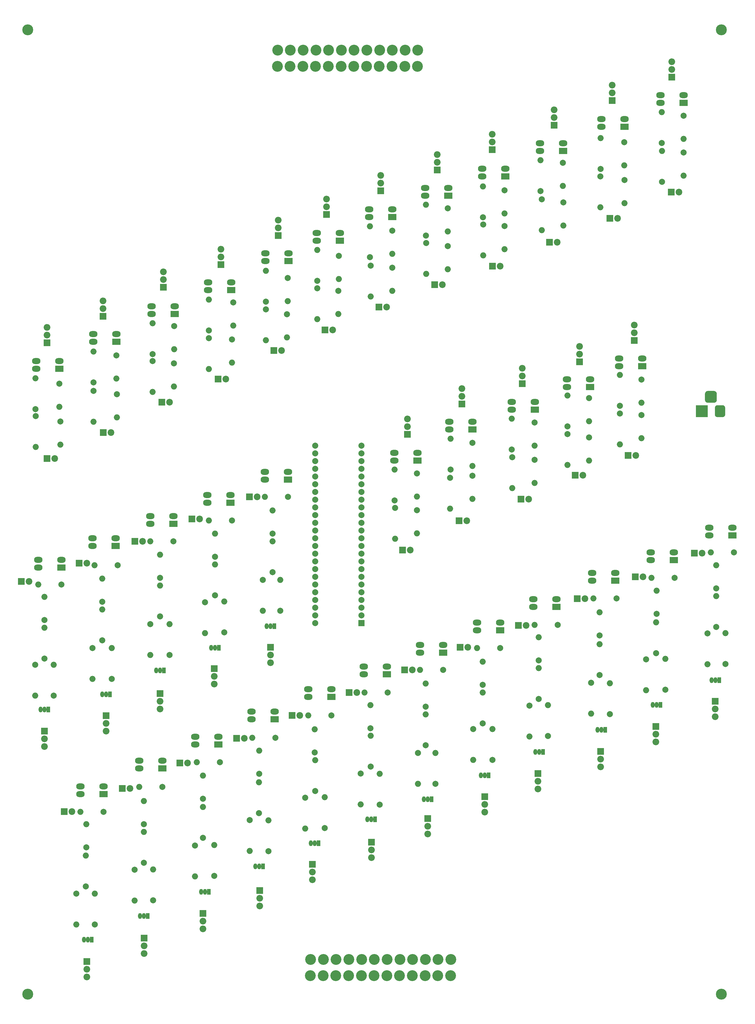
<source format=gbs>
G04 #@! TF.GenerationSoftware,KiCad,Pcbnew,(5.0.0-3-g5ebb6b6)*
G04 #@! TF.CreationDate,2019-09-30T16:34:02-06:00*
G04 #@! TF.ProjectId,VasulkaTranslocationPCB,566173756C6B615472616E736C6F6361,rev?*
G04 #@! TF.SameCoordinates,Original*
G04 #@! TF.FileFunction,Soldermask,Bot*
G04 #@! TF.FilePolarity,Negative*
%FSLAX46Y46*%
G04 Gerber Fmt 4.6, Leading zero omitted, Abs format (unit mm)*
G04 Created by KiCad (PCBNEW (5.0.0-3-g5ebb6b6)) date Monday, September 30, 2019 at 04:34:02 PM*
%MOMM*%
%LPD*%
G01*
G04 APERTURE LIST*
%ADD10C,2.000000*%
%ADD11R,2.000000X2.000000*%
%ADD12C,3.575000*%
%ADD13R,3.900000X3.900000*%
%ADD14C,0.100000*%
%ADD15C,3.400000*%
%ADD16C,3.900000*%
%ADD17C,2.200000*%
%ADD18R,2.200000X2.200000*%
%ADD19O,2.000000X2.000000*%
%ADD20O,2.200000X2.200000*%
%ADD21O,1.300000X1.900000*%
%ADD22R,1.300000X1.900000*%
%ADD23C,3.600000*%
%ADD24R,2.800000X2.000000*%
%ADD25O,2.800000X2.000000*%
G04 APERTURE END LIST*
D10*
G04 #@! TO.C,U1*
X224282000Y-268986000D03*
X224282000Y-266446000D03*
X224282000Y-263906000D03*
X224282000Y-261366000D03*
X224282000Y-271526000D03*
X224282000Y-274066000D03*
X224282000Y-276606000D03*
X224282000Y-258826000D03*
X224282000Y-256286000D03*
X224282000Y-253746000D03*
X224282000Y-251206000D03*
X209042000Y-251206000D03*
X209042000Y-253746000D03*
X209042000Y-256286000D03*
X209042000Y-258826000D03*
X209042000Y-261366000D03*
X209042000Y-263906000D03*
X209042000Y-266446000D03*
X209042000Y-268986000D03*
X224282000Y-279146000D03*
X224282000Y-281686000D03*
X224282000Y-284226000D03*
X224282000Y-286766000D03*
X224282000Y-289306000D03*
X224282000Y-291846000D03*
X224282000Y-294386000D03*
X224282000Y-296926000D03*
X224282000Y-299466000D03*
X224282000Y-302006000D03*
X224282000Y-304546000D03*
X224282000Y-307086000D03*
D11*
X224282000Y-309626000D03*
D10*
X209042000Y-271526000D03*
X209042000Y-274066000D03*
X209042000Y-276606000D03*
X209042000Y-279146000D03*
X209042000Y-281686000D03*
X209042000Y-284226000D03*
X209042000Y-286766000D03*
X209042000Y-289306000D03*
X209042000Y-291846000D03*
X209042000Y-294386000D03*
X209042000Y-296926000D03*
X209042000Y-299466000D03*
X209042000Y-302006000D03*
X209042000Y-304546000D03*
X209042000Y-307086000D03*
X209042000Y-309626000D03*
G04 #@! TD*
D12*
G04 #@! TO.C,J2*
X196615000Y-121030000D03*
X200815000Y-121030000D03*
X205015000Y-121030000D03*
X209215000Y-121030000D03*
X213415000Y-121030000D03*
X217615000Y-121030000D03*
X221815000Y-121030000D03*
X226015000Y-121030000D03*
X230215000Y-121030000D03*
X234415000Y-121030000D03*
X238615000Y-121030000D03*
X242815000Y-121030000D03*
X242715000Y-126330000D03*
X238515000Y-126330000D03*
X234315000Y-126330000D03*
X230115000Y-126330000D03*
X225915000Y-126330000D03*
X221715000Y-126330000D03*
X217515000Y-126330000D03*
X213315000Y-126330000D03*
X209115000Y-126330000D03*
X204915000Y-126330000D03*
X200715000Y-126330000D03*
X196515000Y-126330000D03*
G04 #@! TD*
G04 #@! TO.C,J3*
X253600000Y-425705000D03*
X249400000Y-425705000D03*
X245200000Y-425705000D03*
X241000000Y-425705000D03*
X236800000Y-425705000D03*
X232600000Y-425705000D03*
X228400000Y-425705000D03*
X224200000Y-425705000D03*
X220000000Y-425705000D03*
X215800000Y-425705000D03*
X211600000Y-425705000D03*
X207400000Y-425705000D03*
X207500000Y-420405000D03*
X211700000Y-420405000D03*
X215900000Y-420405000D03*
X220100000Y-420405000D03*
X224300000Y-420405000D03*
X228500000Y-420405000D03*
X232700000Y-420405000D03*
X236900000Y-420405000D03*
X241100000Y-420405000D03*
X245300000Y-420405000D03*
X249500000Y-420405000D03*
X253700000Y-420405000D03*
G04 #@! TD*
D13*
G04 #@! TO.C,J1*
X336423000Y-239839500D03*
D14*
G36*
X343356315Y-237893593D02*
X343438827Y-237905833D01*
X343519742Y-237926101D01*
X343598281Y-237954202D01*
X343673687Y-237989867D01*
X343745235Y-238032751D01*
X343812234Y-238082441D01*
X343874041Y-238138459D01*
X343930059Y-238200266D01*
X343979749Y-238267265D01*
X344022633Y-238338813D01*
X344058298Y-238414219D01*
X344086399Y-238492758D01*
X344106667Y-238573673D01*
X344118907Y-238656185D01*
X344123000Y-238739500D01*
X344123000Y-240939500D01*
X344118907Y-241022815D01*
X344106667Y-241105327D01*
X344086399Y-241186242D01*
X344058298Y-241264781D01*
X344022633Y-241340187D01*
X343979749Y-241411735D01*
X343930059Y-241478734D01*
X343874041Y-241540541D01*
X343812234Y-241596559D01*
X343745235Y-241646249D01*
X343673687Y-241689133D01*
X343598281Y-241724798D01*
X343519742Y-241752899D01*
X343438827Y-241773167D01*
X343356315Y-241785407D01*
X343273000Y-241789500D01*
X341573000Y-241789500D01*
X341489685Y-241785407D01*
X341407173Y-241773167D01*
X341326258Y-241752899D01*
X341247719Y-241724798D01*
X341172313Y-241689133D01*
X341100765Y-241646249D01*
X341033766Y-241596559D01*
X340971959Y-241540541D01*
X340915941Y-241478734D01*
X340866251Y-241411735D01*
X340823367Y-241340187D01*
X340787702Y-241264781D01*
X340759601Y-241186242D01*
X340739333Y-241105327D01*
X340727093Y-241022815D01*
X340723000Y-240939500D01*
X340723000Y-238739500D01*
X340727093Y-238656185D01*
X340739333Y-238573673D01*
X340759601Y-238492758D01*
X340787702Y-238414219D01*
X340823367Y-238338813D01*
X340866251Y-238267265D01*
X340915941Y-238200266D01*
X340971959Y-238138459D01*
X341033766Y-238082441D01*
X341100765Y-238032751D01*
X341172313Y-237989867D01*
X341247719Y-237954202D01*
X341326258Y-237926101D01*
X341407173Y-237905833D01*
X341489685Y-237893593D01*
X341573000Y-237889500D01*
X343273000Y-237889500D01*
X343356315Y-237893593D01*
X343356315Y-237893593D01*
G37*
D15*
X342423000Y-239839500D03*
D14*
G36*
X340493567Y-233194195D02*
X340588213Y-233208234D01*
X340681028Y-233231483D01*
X340771116Y-233263717D01*
X340857612Y-233304627D01*
X340939681Y-233353817D01*
X341016533Y-233410815D01*
X341087429Y-233475071D01*
X341151685Y-233545967D01*
X341208683Y-233622819D01*
X341257873Y-233704888D01*
X341298783Y-233791384D01*
X341331017Y-233881472D01*
X341354266Y-233974287D01*
X341368305Y-234068933D01*
X341373000Y-234164500D01*
X341373000Y-236114500D01*
X341368305Y-236210067D01*
X341354266Y-236304713D01*
X341331017Y-236397528D01*
X341298783Y-236487616D01*
X341257873Y-236574112D01*
X341208683Y-236656181D01*
X341151685Y-236733033D01*
X341087429Y-236803929D01*
X341016533Y-236868185D01*
X340939681Y-236925183D01*
X340857612Y-236974373D01*
X340771116Y-237015283D01*
X340681028Y-237047517D01*
X340588213Y-237070766D01*
X340493567Y-237084805D01*
X340398000Y-237089500D01*
X338448000Y-237089500D01*
X338352433Y-237084805D01*
X338257787Y-237070766D01*
X338164972Y-237047517D01*
X338074884Y-237015283D01*
X337988388Y-236974373D01*
X337906319Y-236925183D01*
X337829467Y-236868185D01*
X337758571Y-236803929D01*
X337694315Y-236733033D01*
X337637317Y-236656181D01*
X337588127Y-236574112D01*
X337547217Y-236487616D01*
X337514983Y-236397528D01*
X337491734Y-236304713D01*
X337477695Y-236210067D01*
X337473000Y-236114500D01*
X337473000Y-234164500D01*
X337477695Y-234068933D01*
X337491734Y-233974287D01*
X337514983Y-233881472D01*
X337547217Y-233791384D01*
X337588127Y-233704888D01*
X337637317Y-233622819D01*
X337694315Y-233545967D01*
X337758571Y-233475071D01*
X337829467Y-233410815D01*
X337906319Y-233353817D01*
X337988388Y-233304627D01*
X338074884Y-233263717D01*
X338164972Y-233231483D01*
X338257787Y-233208234D01*
X338352433Y-233194195D01*
X338448000Y-233189500D01*
X340398000Y-233189500D01*
X340493567Y-233194195D01*
X340493567Y-233194195D01*
G37*
D16*
X339423000Y-235139500D03*
G04 #@! TD*
D17*
G04 #@! TO.C,D18*
X203898500Y-340042500D03*
D18*
X201358500Y-340042500D03*
G04 #@! TD*
G04 #@! TO.C,D19*
X183070500Y-347535500D03*
D17*
X185610500Y-347535500D03*
G04 #@! TD*
G04 #@! TO.C,D20*
X222758000Y-332486000D03*
D18*
X220218000Y-332486000D03*
G04 #@! TD*
G04 #@! TO.C,D21*
X131191000Y-289941000D03*
D17*
X133731000Y-289941000D03*
G04 #@! TD*
G04 #@! TO.C,D22*
X114681000Y-295910000D03*
D18*
X112141000Y-295910000D03*
G04 #@! TD*
G04 #@! TO.C,D23*
X149606000Y-282702000D03*
D17*
X152146000Y-282702000D03*
G04 #@! TD*
G04 #@! TO.C,D24*
X170942000Y-275336000D03*
D18*
X168402000Y-275336000D03*
G04 #@! TD*
G04 #@! TO.C,D25*
X187325000Y-268097000D03*
D17*
X189865000Y-268097000D03*
G04 #@! TD*
G04 #@! TO.C,D26*
X240982500Y-325056500D03*
D18*
X238442500Y-325056500D03*
G04 #@! TD*
G04 #@! TO.C,D27*
X256730500Y-317627000D03*
D17*
X259270500Y-317627000D03*
G04 #@! TD*
G04 #@! TO.C,D28*
X278511000Y-310388000D03*
D18*
X275971000Y-310388000D03*
G04 #@! TD*
G04 #@! TO.C,D29*
X333946500Y-286639000D03*
D17*
X336486500Y-286639000D03*
G04 #@! TD*
G04 #@! TO.C,D30*
X317055500Y-294386000D03*
D18*
X314515500Y-294386000D03*
G04 #@! TD*
G04 #@! TO.C,D31*
X295338500Y-301625000D03*
D17*
X297878500Y-301625000D03*
G04 #@! TD*
G04 #@! TO.C,D32*
X166941500Y-355663500D03*
D18*
X164401500Y-355663500D03*
G04 #@! TD*
G04 #@! TO.C,D33*
X126301500Y-371665500D03*
D17*
X128841500Y-371665500D03*
G04 #@! TD*
G04 #@! TO.C,D34*
X147955000Y-364045500D03*
D18*
X145415000Y-364045500D03*
G04 #@! TD*
D10*
G04 #@! TO.C,R113*
X267398500Y-354711000D03*
D19*
X267398500Y-344551000D03*
G04 #@! TD*
G04 #@! TO.C,R106*
X172720000Y-312928000D03*
D10*
X172720000Y-302768000D03*
G04 #@! TD*
G04 #@! TO.C,R105*
X176022000Y-300482000D03*
D19*
X176022000Y-290322000D03*
G04 #@! TD*
G04 #@! TO.C,R122*
X282702000Y-324485000D03*
D10*
X282702000Y-334645000D03*
G04 #@! TD*
G04 #@! TO.C,R102*
X197485000Y-305562000D03*
D19*
X197485000Y-295402000D03*
G04 #@! TD*
G04 #@! TO.C,R101*
X179070000Y-302514000D03*
D10*
X179070000Y-312674000D03*
G04 #@! TD*
G04 #@! TO.C,R98*
X154686000Y-310007000D03*
D19*
X154686000Y-320167000D03*
G04 #@! TD*
G04 #@! TO.C,R97*
X116713000Y-333502000D03*
D10*
X116713000Y-323342000D03*
G04 #@! TD*
G04 #@! TO.C,R94*
X119761000Y-321310000D03*
D19*
X119761000Y-311150000D03*
G04 #@! TD*
G04 #@! TO.C,R93*
X138811000Y-305181000D03*
D10*
X138811000Y-315341000D03*
G04 #@! TD*
G04 #@! TO.C,R130*
X306133500Y-339598000D03*
D19*
X306133500Y-329438000D03*
G04 #@! TD*
G04 #@! TO.C,R133*
X338264500Y-323215000D03*
D10*
X338264500Y-313055000D03*
G04 #@! TD*
G04 #@! TO.C,R89*
X161036000Y-320167000D03*
D19*
X161036000Y-310007000D03*
G04 #@! TD*
G04 #@! TO.C,R137*
X302704500Y-316611000D03*
D10*
X302704500Y-326771000D03*
G04 #@! TD*
G04 #@! TO.C,R82*
X187388500Y-374459500D03*
D19*
X187388500Y-384619500D03*
G04 #@! TD*
G04 #@! TO.C,R81*
X227330000Y-346710000D03*
D10*
X227330000Y-356870000D03*
G04 #@! TD*
G04 #@! TO.C,R78*
X208978500Y-364934500D03*
D19*
X208978500Y-354774500D03*
G04 #@! TD*
G04 #@! TO.C,R138*
X299910500Y-339471000D03*
D10*
X299910500Y-329311000D03*
G04 #@! TD*
G04 #@! TO.C,R142*
X175704500Y-392874500D03*
D19*
X175704500Y-382714500D03*
G04 #@! TD*
G04 #@! TO.C,R144*
X136334500Y-398716500D03*
D10*
X136334500Y-408876500D03*
G04 #@! TD*
G04 #@! TO.C,R74*
X230251000Y-369443000D03*
D19*
X230251000Y-359283000D03*
G04 #@! TD*
G04 #@! TO.C,R73*
X193611500Y-374586500D03*
D10*
X193611500Y-384746500D03*
G04 #@! TD*
G04 #@! TO.C,R145*
X172021500Y-380301500D03*
D19*
X172021500Y-370141500D03*
G04 #@! TD*
G04 #@! TO.C,R146*
X155575000Y-390715500D03*
D10*
X155575000Y-400875500D03*
G04 #@! TD*
G04 #@! TO.C,R147*
X169354500Y-382841500D03*
D19*
X169354500Y-393001500D03*
G04 #@! TD*
G04 #@! TO.C,R149*
X133413500Y-386143500D03*
D10*
X133413500Y-396303500D03*
G04 #@! TD*
G04 #@! TO.C,R65*
X253619000Y-259080000D03*
D19*
X253619000Y-248920000D03*
G04 #@! TD*
G04 #@! TO.C,R151*
X130238500Y-408876500D03*
D10*
X130238500Y-398716500D03*
G04 #@! TD*
G04 #@! TO.C,R152*
X152527000Y-388556500D03*
D19*
X152527000Y-378396500D03*
G04 #@! TD*
G04 #@! TO.C,R153*
X149479000Y-401002500D03*
D10*
X149479000Y-390842500D03*
G04 #@! TD*
G04 #@! TO.C,R117*
X245427500Y-349821500D03*
D19*
X245427500Y-339661500D03*
G04 #@! TD*
G04 #@! TO.C,R5*
X192722500Y-216471500D03*
D10*
X192722500Y-206311500D03*
G04 #@! TD*
G04 #@! TO.C,R53*
X309435500Y-240665000D03*
D19*
X309435500Y-250825000D03*
G04 #@! TD*
G04 #@! TO.C,R6*
X173990000Y-225996500D03*
D10*
X173990000Y-215836500D03*
G04 #@! TD*
G04 #@! TO.C,R118*
X264223500Y-342646000D03*
D19*
X264223500Y-332486000D03*
G04 #@! TD*
G04 #@! TO.C,R33*
X323215000Y-141414500D03*
D10*
X323215000Y-151574500D03*
G04 #@! TD*
G04 #@! TO.C,R27*
X310959500Y-163766500D03*
D19*
X310959500Y-171386500D03*
G04 #@! TD*
G04 #@! TO.C,R26*
X330454000Y-162306000D03*
D10*
X330454000Y-154686000D03*
G04 #@! TD*
G04 #@! TO.C,R23*
X143510000Y-221488000D03*
D19*
X143510000Y-229108000D03*
G04 #@! TD*
G04 #@! TO.C,R32*
X330454000Y-150241000D03*
D10*
X330454000Y-142621000D03*
G04 #@! TD*
G04 #@! TO.C,R35*
X310832500Y-151320500D03*
D19*
X310832500Y-158940500D03*
G04 #@! TD*
G04 #@! TO.C,R38*
X234378500Y-200215500D03*
D10*
X234378500Y-192595500D03*
G04 #@! TD*
G04 #@! TO.C,R39*
X252730000Y-185483500D03*
D19*
X252730000Y-193103500D03*
G04 #@! TD*
G04 #@! TO.C,R15*
X143637000Y-241935000D03*
D10*
X143637000Y-234315000D03*
G04 #@! TD*
G04 #@! TO.C,R11*
X181991000Y-204025500D03*
D19*
X181991000Y-211645500D03*
G04 #@! TD*
G04 #@! TO.C,R47*
X252666500Y-180657500D03*
D10*
X252666500Y-173037500D03*
G04 #@! TD*
G04 #@! TO.C,R50*
X316547500Y-241109500D03*
D19*
X316547500Y-248729500D03*
G04 #@! TD*
G04 #@! TO.C,R7*
X216789000Y-196342000D03*
D10*
X216789000Y-188722000D03*
G04 #@! TD*
G04 #@! TO.C,R51*
X299275500Y-248475500D03*
D19*
X299275500Y-256095500D03*
G04 #@! TD*
G04 #@! TO.C,R55*
X281305000Y-251206000D03*
D10*
X281305000Y-243586000D03*
G04 #@! TD*
G04 #@! TO.C,R3*
X181610000Y-216217500D03*
D19*
X181610000Y-223837500D03*
G04 #@! TD*
G04 #@! TO.C,R2*
X199707500Y-215582500D03*
D10*
X199707500Y-207962500D03*
G04 #@! TD*
G04 #@! TO.C,R59*
X299275500Y-235521500D03*
D19*
X299275500Y-243141500D03*
G04 #@! TD*
G04 #@! TO.C,R62*
X242506500Y-280098500D03*
D10*
X242506500Y-272478500D03*
G04 #@! TD*
G04 #@! TO.C,R64*
X260858000Y-250253500D03*
D19*
X260858000Y-257873500D03*
G04 #@! TD*
G04 #@! TO.C,R150*
X152527000Y-368236500D03*
D10*
X152527000Y-375856500D03*
G04 #@! TD*
G04 #@! TO.C,R67*
X242506500Y-260350000D03*
D19*
X242506500Y-267970000D03*
G04 #@! TD*
G04 #@! TO.C,R148*
X133540500Y-375856500D03*
D10*
X133540500Y-383476500D03*
G04 #@! TD*
G04 #@! TO.C,R70*
X195897500Y-347408500D03*
D19*
X188277500Y-347408500D03*
G04 #@! TD*
G04 #@! TO.C,R71*
X225298000Y-332486000D03*
D10*
X232918000Y-332486000D03*
G04 #@! TD*
G04 #@! TO.C,R75*
X208851500Y-352234500D03*
D19*
X208851500Y-344614500D03*
G04 #@! TD*
G04 #@! TO.C,R143*
X172021500Y-359854500D03*
D10*
X172021500Y-367474500D03*
G04 #@! TD*
G04 #@! TO.C,R76*
X190563500Y-359219500D03*
D19*
X190563500Y-351599500D03*
G04 #@! TD*
G04 #@! TO.C,R141*
X151003000Y-363537500D03*
D10*
X158623000Y-363537500D03*
G04 #@! TD*
G04 #@! TO.C,R140*
X139255500Y-371792500D03*
D19*
X131635500Y-371792500D03*
G04 #@! TD*
G04 #@! TO.C,R139*
X169989500Y-355409500D03*
D10*
X177609500Y-355409500D03*
G04 #@! TD*
G04 #@! TO.C,R84*
X143891000Y-290576000D03*
D19*
X136271000Y-290576000D03*
G04 #@! TD*
G04 #@! TO.C,R91*
X119761000Y-300990000D03*
D10*
X119761000Y-308610000D03*
G04 #@! TD*
G04 #@! TO.C,R131*
X321500500Y-306578000D03*
D19*
X321500500Y-298958000D03*
G04 #@! TD*
G04 #@! TO.C,R92*
X157861000Y-287147000D03*
D10*
X157861000Y-294767000D03*
G04 #@! TD*
G04 #@! TO.C,R99*
X181610000Y-275844000D03*
D19*
X173990000Y-275844000D03*
G04 #@! TD*
G04 #@! TO.C,R100*
X192405000Y-268097000D03*
D10*
X200025000Y-268097000D03*
G04 #@! TD*
G04 #@! TO.C,R124*
X347027500Y-286385000D03*
D19*
X339407500Y-286385000D03*
G04 #@! TD*
G04 #@! TO.C,R103*
X176022000Y-280162000D03*
D10*
X176022000Y-287782000D03*
G04 #@! TD*
G04 #@! TO.C,R104*
X194945000Y-280162000D03*
D19*
X194945000Y-272542000D03*
G04 #@! TD*
G04 #@! TO.C,R111*
X281305000Y-310261000D03*
D10*
X288925000Y-310261000D03*
G04 #@! TD*
G04 #@! TO.C,R115*
X264223500Y-329946000D03*
D19*
X264223500Y-322326000D03*
G04 #@! TD*
G04 #@! TO.C,R14*
X162433000Y-231775000D03*
D10*
X162433000Y-224155000D03*
G04 #@! TD*
D18*
G04 #@! TO.C,Q9*
X306895500Y-137604500D03*
D20*
X306895500Y-135064500D03*
X306895500Y-132524500D03*
G04 #@! TD*
G04 #@! TO.C,Q7*
X287782000Y-140652500D03*
X287782000Y-143192500D03*
D18*
X287782000Y-145732500D03*
G04 #@! TD*
G04 #@! TO.C,Q5*
X158940500Y-199072500D03*
D20*
X158940500Y-196532500D03*
X158940500Y-193992500D03*
G04 #@! TD*
G04 #@! TO.C,Q2*
X196786500Y-176974500D03*
X196786500Y-179514500D03*
D18*
X196786500Y-182054500D03*
G04 #@! TD*
G04 #@! TO.C,Q11*
X230568500Y-167322500D03*
D20*
X230568500Y-164782500D03*
X230568500Y-162242500D03*
G04 #@! TD*
G04 #@! TO.C,Q13*
X277241000Y-225742500D03*
X277241000Y-228282500D03*
D18*
X277241000Y-230822500D03*
G04 #@! TD*
G04 #@! TO.C,Q15*
X296164000Y-223583500D03*
D20*
X296164000Y-221043500D03*
X296164000Y-218503500D03*
G04 #@! TD*
G04 #@! TO.C,Q17*
X239395000Y-242443000D03*
X239395000Y-244983000D03*
D18*
X239395000Y-247523000D03*
G04 #@! TD*
G04 #@! TO.C,Q19*
X190754000Y-397700500D03*
D20*
X190754000Y-400240500D03*
X190754000Y-402780500D03*
G04 #@! TD*
G04 #@! TO.C,Q25*
X119761000Y-350266000D03*
X119761000Y-347726000D03*
D18*
X119761000Y-345186000D03*
G04 #@! TD*
G04 #@! TO.C,Q31*
X194310000Y-317627000D03*
D20*
X194310000Y-320167000D03*
X194310000Y-322707000D03*
G04 #@! TD*
G04 #@! TO.C,Q35*
X264858500Y-371856000D03*
X264858500Y-369316000D03*
D18*
X264858500Y-366776000D03*
G04 #@! TD*
D21*
G04 #@! TO.C,Q32*
X176022000Y-317754000D03*
X174752000Y-317754000D03*
D22*
X177292000Y-317754000D03*
G04 #@! TD*
G04 #@! TO.C,Q37*
X247332500Y-367601500D03*
D21*
X244792500Y-367601500D03*
X246062500Y-367601500D03*
G04 #@! TD*
G04 #@! TO.C,Q38*
X264858500Y-359791000D03*
X263588500Y-359791000D03*
D22*
X266128500Y-359791000D03*
G04 #@! TD*
G04 #@! TO.C,Q39*
X284099000Y-352044000D03*
D21*
X281559000Y-352044000D03*
X282829000Y-352044000D03*
G04 #@! TD*
G04 #@! TO.C,Q28*
X119761000Y-338074000D03*
X118491000Y-338074000D03*
D22*
X121031000Y-338074000D03*
G04 #@! TD*
G04 #@! TO.C,Q43*
X342201500Y-328422000D03*
D21*
X339661500Y-328422000D03*
X340931500Y-328422000D03*
G04 #@! TD*
G04 #@! TO.C,Q44*
X321500500Y-336550000D03*
X320230500Y-336550000D03*
D22*
X322770500Y-336550000D03*
G04 #@! TD*
G04 #@! TO.C,Q45*
X304609500Y-344805000D03*
D21*
X302069500Y-344805000D03*
X303339500Y-344805000D03*
G04 #@! TD*
G04 #@! TO.C,Q22*
X190563500Y-389699500D03*
X189293500Y-389699500D03*
D22*
X191833500Y-389699500D03*
G04 #@! TD*
G04 #@! TO.C,Q49*
X173926500Y-398081500D03*
D21*
X171386500Y-398081500D03*
X172656500Y-398081500D03*
G04 #@! TD*
G04 #@! TO.C,Q50*
X134048500Y-413829500D03*
X132778500Y-413829500D03*
D22*
X135318500Y-413829500D03*
G04 #@! TD*
G04 #@! TO.C,Q51*
X153797000Y-406082500D03*
D21*
X151257000Y-406082500D03*
X152527000Y-406082500D03*
G04 #@! TD*
D19*
G04 #@! TO.C,R34*
X302958500Y-172720000D03*
D10*
X302958500Y-162560000D03*
G04 #@! TD*
G04 #@! TO.C,R36*
X303085500Y-160083500D03*
D19*
X303085500Y-149923500D03*
G04 #@! TD*
D23*
G04 #@! TO.C,MH2*
X114300000Y-431800000D03*
G04 #@! TD*
D17*
G04 #@! TO.C,D1*
X214757000Y-213106000D03*
D18*
X212217000Y-213106000D03*
G04 #@! TD*
D17*
G04 #@! TO.C,D2*
X197929500Y-219900500D03*
D18*
X195389500Y-219900500D03*
G04 #@! TD*
D17*
G04 #@! TO.C,D3*
X179578000Y-229298500D03*
D18*
X177038000Y-229298500D03*
G04 #@! TD*
G04 #@! TO.C,D4*
X120650000Y-255460500D03*
D17*
X123190000Y-255460500D03*
G04 #@! TD*
G04 #@! TO.C,D5*
X160972500Y-236918500D03*
D18*
X158432500Y-236918500D03*
G04 #@! TD*
D17*
G04 #@! TO.C,D6*
X141732000Y-246888000D03*
D18*
X139192000Y-246888000D03*
G04 #@! TD*
G04 #@! TO.C,D7*
X286258000Y-184213500D03*
D17*
X288798000Y-184213500D03*
G04 #@! TD*
G04 #@! TO.C,D8*
X328866500Y-167703500D03*
D18*
X326326500Y-167703500D03*
G04 #@! TD*
D17*
G04 #@! TO.C,D9*
X308673500Y-176339500D03*
D18*
X306133500Y-176339500D03*
G04 #@! TD*
G04 #@! TO.C,D10*
X267462000Y-192087500D03*
D17*
X270002000Y-192087500D03*
G04 #@! TD*
G04 #@! TO.C,D11*
X232537000Y-205549500D03*
D18*
X229997000Y-205549500D03*
G04 #@! TD*
G04 #@! TO.C,D12*
X248412000Y-198247000D03*
D17*
X250952000Y-198247000D03*
G04 #@! TD*
D18*
G04 #@! TO.C,D13*
X276860000Y-268795500D03*
D17*
X279400000Y-268795500D03*
G04 #@! TD*
D18*
G04 #@! TO.C,D14*
X312166000Y-254444500D03*
D17*
X314706000Y-254444500D03*
G04 #@! TD*
D18*
G04 #@! TO.C,D15*
X294703500Y-260985000D03*
D17*
X297243500Y-260985000D03*
G04 #@! TD*
D18*
G04 #@! TO.C,D16*
X256413000Y-275971000D03*
D17*
X258953000Y-275971000D03*
G04 #@! TD*
D18*
G04 #@! TO.C,D17*
X237807500Y-285623000D03*
D17*
X240347500Y-285623000D03*
G04 #@! TD*
D20*
G04 #@! TO.C,Q1*
X212725000Y-170053000D03*
X212725000Y-172593000D03*
D18*
X212725000Y-175133000D03*
G04 #@! TD*
D20*
G04 #@! TO.C,Q4*
X120650000Y-212280500D03*
X120650000Y-214820500D03*
D18*
X120650000Y-217360500D03*
G04 #@! TD*
G04 #@! TO.C,Q6*
X139065000Y-208661000D03*
D20*
X139065000Y-206121000D03*
X139065000Y-203581000D03*
G04 #@! TD*
G04 #@! TO.C,Q8*
X326517000Y-124841000D03*
X326517000Y-127381000D03*
D18*
X326517000Y-129921000D03*
G04 #@! TD*
G04 #@! TO.C,Q10*
X267335000Y-153733500D03*
D20*
X267335000Y-151193500D03*
X267335000Y-148653500D03*
G04 #@! TD*
D18*
G04 #@! TO.C,Q12*
X249237500Y-160464500D03*
D20*
X249237500Y-157924500D03*
X249237500Y-155384500D03*
G04 #@! TD*
G04 #@! TO.C,Q14*
X314134500Y-211518500D03*
X314134500Y-214058500D03*
D18*
X314134500Y-216598500D03*
G04 #@! TD*
G04 #@! TO.C,Q16*
X257365500Y-237490000D03*
D20*
X257365500Y-234950000D03*
X257365500Y-232410000D03*
G04 #@! TD*
D18*
G04 #@! TO.C,Q18*
X208089500Y-389064500D03*
D20*
X208089500Y-391604500D03*
X208089500Y-394144500D03*
G04 #@! TD*
D18*
G04 #@! TO.C,Q20*
X227584000Y-381762000D03*
D20*
X227584000Y-384302000D03*
X227584000Y-386842000D03*
G04 #@! TD*
D21*
G04 #@! TO.C,Q21*
X208851500Y-382079500D03*
X207581500Y-382079500D03*
D22*
X210121500Y-382079500D03*
G04 #@! TD*
D21*
G04 #@! TO.C,Q23*
X227457000Y-374269000D03*
X226187000Y-374269000D03*
D22*
X228727000Y-374269000D03*
G04 #@! TD*
D20*
G04 #@! TO.C,Q24*
X140081000Y-345186000D03*
X140081000Y-342646000D03*
D18*
X140081000Y-340106000D03*
G04 #@! TD*
D20*
G04 #@! TO.C,Q26*
X157861000Y-337947000D03*
X157861000Y-335407000D03*
D18*
X157861000Y-332867000D03*
G04 #@! TD*
D21*
G04 #@! TO.C,Q27*
X140081000Y-333121000D03*
X138811000Y-333121000D03*
D22*
X141351000Y-333121000D03*
G04 #@! TD*
G04 #@! TO.C,Q29*
X159131000Y-325247000D03*
D21*
X156591000Y-325247000D03*
X157861000Y-325247000D03*
G04 #@! TD*
D20*
G04 #@! TO.C,Q30*
X175768000Y-329692000D03*
X175768000Y-327152000D03*
D18*
X175768000Y-324612000D03*
G04 #@! TD*
D22*
G04 #@! TO.C,Q33*
X195580000Y-310642000D03*
D21*
X193040000Y-310642000D03*
X194310000Y-310642000D03*
G04 #@! TD*
D20*
G04 #@! TO.C,Q34*
X246062500Y-379031500D03*
X246062500Y-376491500D03*
D18*
X246062500Y-373951500D03*
G04 #@! TD*
D20*
G04 #@! TO.C,Q36*
X282448000Y-364236000D03*
X282448000Y-361696000D03*
D18*
X282448000Y-359156000D03*
G04 #@! TD*
G04 #@! TO.C,Q40*
X340804500Y-335407000D03*
D20*
X340804500Y-337947000D03*
X340804500Y-340487000D03*
G04 #@! TD*
G04 #@! TO.C,Q41*
X321246500Y-348742000D03*
X321246500Y-346202000D03*
D18*
X321246500Y-343662000D03*
G04 #@! TD*
D20*
G04 #@! TO.C,Q42*
X303085500Y-356997000D03*
X303085500Y-354457000D03*
D18*
X303085500Y-351917000D03*
G04 #@! TD*
G04 #@! TO.C,Q46*
X172021500Y-405193500D03*
D20*
X172021500Y-407733500D03*
X172021500Y-410273500D03*
G04 #@! TD*
G04 #@! TO.C,Q47*
X133731000Y-426148500D03*
X133731000Y-423608500D03*
D18*
X133731000Y-421068500D03*
G04 #@! TD*
G04 #@! TO.C,Q48*
X152654000Y-413321500D03*
D20*
X152654000Y-415861500D03*
X152654000Y-418401500D03*
G04 #@! TD*
D10*
G04 #@! TO.C,R1*
X216662000Y-200279000D03*
D19*
X216662000Y-207899000D03*
G04 #@! TD*
G04 #@! TO.C,R4*
X209677000Y-186817000D03*
D10*
X209677000Y-196977000D03*
G04 #@! TD*
G04 #@! TO.C,R8*
X209677000Y-199390000D03*
D19*
X209677000Y-209550000D03*
G04 #@! TD*
D10*
G04 #@! TO.C,R9*
X199961500Y-196024500D03*
D19*
X199961500Y-203644500D03*
G04 #@! TD*
G04 #@! TO.C,R10*
X192722500Y-193611500D03*
D10*
X192722500Y-203771500D03*
G04 #@! TD*
D19*
G04 #@! TO.C,R12*
X173990000Y-203136500D03*
D10*
X173990000Y-213296500D03*
G04 #@! TD*
G04 #@! TO.C,R13*
X125031500Y-243268500D03*
D19*
X125031500Y-250888500D03*
G04 #@! TD*
D10*
G04 #@! TO.C,R16*
X116840000Y-239204500D03*
D19*
X116840000Y-229044500D03*
G04 #@! TD*
D10*
G04 #@! TO.C,R17*
X124650500Y-230822500D03*
D19*
X124650500Y-238442500D03*
G04 #@! TD*
D10*
G04 #@! TO.C,R18*
X116903500Y-241490500D03*
D19*
X116903500Y-251650500D03*
G04 #@! TD*
G04 #@! TO.C,R19*
X155448000Y-233553000D03*
D10*
X155448000Y-223393000D03*
G04 #@! TD*
G04 #@! TO.C,R20*
X135953500Y-230378000D03*
D19*
X135953500Y-220218000D03*
G04 #@! TD*
D10*
G04 #@! TO.C,R21*
X162560000Y-211836000D03*
D19*
X162560000Y-219456000D03*
G04 #@! TD*
G04 #@! TO.C,R22*
X155448000Y-210883500D03*
D10*
X155448000Y-221043500D03*
G04 #@! TD*
G04 #@! TO.C,R24*
X135953500Y-233172000D03*
D19*
X135953500Y-243332000D03*
G04 #@! TD*
D10*
G04 #@! TO.C,R25*
X290766500Y-171132500D03*
D19*
X290766500Y-178752500D03*
G04 #@! TD*
G04 #@! TO.C,R28*
X283273500Y-157226000D03*
D10*
X283273500Y-167386000D03*
G04 #@! TD*
D19*
G04 #@! TO.C,R29*
X290639500Y-165671500D03*
D10*
X290639500Y-158051500D03*
G04 #@! TD*
G04 #@! TO.C,R30*
X283654500Y-170116500D03*
D19*
X283654500Y-180276500D03*
G04 #@! TD*
D10*
G04 #@! TO.C,R31*
X323278500Y-164338000D03*
D19*
X323278500Y-154178000D03*
G04 #@! TD*
G04 #@! TO.C,R37*
X271399000Y-186563000D03*
D10*
X271399000Y-178943000D03*
G04 #@! TD*
D19*
G04 #@! TO.C,R40*
X264414000Y-188595000D03*
D10*
X264414000Y-178435000D03*
G04 #@! TD*
G04 #@! TO.C,R41*
X271399000Y-167132000D03*
D19*
X271399000Y-174752000D03*
G04 #@! TD*
D10*
G04 #@! TO.C,R42*
X264287000Y-176022000D03*
D19*
X264287000Y-165862000D03*
G04 #@! TD*
D10*
G04 #@! TO.C,R43*
X227076000Y-189166500D03*
D19*
X227076000Y-179006500D03*
G04 #@! TD*
D10*
G04 #@! TO.C,R44*
X245618000Y-184531000D03*
D19*
X245618000Y-194691000D03*
G04 #@! TD*
G04 #@! TO.C,R45*
X234378500Y-188023500D03*
D10*
X234378500Y-180403500D03*
G04 #@! TD*
D19*
G04 #@! TO.C,R46*
X227266500Y-202120500D03*
D10*
X227266500Y-191960500D03*
G04 #@! TD*
G04 #@! TO.C,R48*
X245491000Y-182054500D03*
D19*
X245491000Y-171894500D03*
G04 #@! TD*
D10*
G04 #@! TO.C,R49*
X281305000Y-255905000D03*
D19*
X281305000Y-263525000D03*
G04 #@! TD*
G04 #@! TO.C,R52*
X273939000Y-265176000D03*
D10*
X273939000Y-255016000D03*
G04 #@! TD*
G04 #@! TO.C,R54*
X292163500Y-247396000D03*
D19*
X292163500Y-257556000D03*
G04 #@! TD*
G04 #@! TO.C,R56*
X273812000Y-242316000D03*
D10*
X273812000Y-252476000D03*
G04 #@! TD*
D19*
G04 #@! TO.C,R57*
X316547500Y-237109000D03*
D10*
X316547500Y-229489000D03*
G04 #@! TD*
G04 #@! TO.C,R58*
X309435500Y-238125000D03*
D19*
X309435500Y-227965000D03*
G04 #@! TD*
D10*
G04 #@! TO.C,R60*
X292163500Y-244856000D03*
D19*
X292163500Y-234696000D03*
G04 #@! TD*
D10*
G04 #@! TO.C,R61*
X260794500Y-261112000D03*
D19*
X260794500Y-268732000D03*
G04 #@! TD*
D10*
G04 #@! TO.C,R63*
X253428500Y-261810500D03*
D19*
X253428500Y-271970500D03*
G04 #@! TD*
D10*
G04 #@! TO.C,R66*
X235331000Y-271716500D03*
D19*
X235331000Y-281876500D03*
G04 #@! TD*
D10*
G04 #@! TO.C,R68*
X235204000Y-269240000D03*
D19*
X235204000Y-259080000D03*
G04 #@! TD*
G04 #@! TO.C,R69*
X206692500Y-340042500D03*
D10*
X214312500Y-340042500D03*
G04 #@! TD*
D19*
G04 #@! TO.C,R72*
X212153500Y-366966500D03*
D10*
X212153500Y-377126500D03*
G04 #@! TD*
D19*
G04 #@! TO.C,R77*
X227203000Y-336677000D03*
D10*
X227203000Y-344297000D03*
G04 #@! TD*
G04 #@! TO.C,R79*
X190436500Y-372173500D03*
D19*
X190436500Y-362013500D03*
G04 #@! TD*
G04 #@! TO.C,R80*
X205676500Y-377253500D03*
D10*
X205676500Y-367093500D03*
G04 #@! TD*
D19*
G04 #@! TO.C,R83*
X224028000Y-369316000D03*
D10*
X224028000Y-359156000D03*
G04 #@! TD*
G04 #@! TO.C,R85*
X125349000Y-296926000D03*
D19*
X117729000Y-296926000D03*
G04 #@! TD*
D10*
G04 #@! TO.C,R86*
X162306000Y-282702000D03*
D19*
X154686000Y-282702000D03*
G04 #@! TD*
D10*
G04 #@! TO.C,R87*
X141986000Y-328041000D03*
D19*
X141986000Y-317881000D03*
G04 #@! TD*
G04 #@! TO.C,R88*
X122809000Y-323342000D03*
D10*
X122809000Y-333502000D03*
G04 #@! TD*
D19*
G04 #@! TO.C,R90*
X138811000Y-295021000D03*
D10*
X138811000Y-302641000D03*
G04 #@! TD*
G04 #@! TO.C,R95*
X135636000Y-317881000D03*
D19*
X135636000Y-328041000D03*
G04 #@! TD*
G04 #@! TO.C,R96*
X157861000Y-297307000D03*
D10*
X157861000Y-307467000D03*
G04 #@! TD*
D19*
G04 #@! TO.C,R107*
X194945000Y-282702000D03*
D10*
X194945000Y-292862000D03*
G04 #@! TD*
G04 #@! TO.C,R108*
X191770000Y-295402000D03*
D19*
X191770000Y-305562000D03*
G04 #@! TD*
G04 #@! TO.C,R109*
X243522500Y-325056500D03*
D10*
X251142500Y-325056500D03*
G04 #@! TD*
G04 #@! TO.C,R110*
X269938500Y-317881000D03*
D19*
X262318500Y-317881000D03*
G04 #@! TD*
D10*
G04 #@! TO.C,R112*
X248602500Y-362521500D03*
D19*
X248602500Y-352361500D03*
G04 #@! TD*
G04 #@! TO.C,R114*
X245427500Y-329501500D03*
D10*
X245427500Y-337121500D03*
G04 #@! TD*
G04 #@! TO.C,R116*
X285750000Y-346837000D03*
D19*
X285750000Y-336677000D03*
G04 #@! TD*
D10*
G04 #@! TO.C,R119*
X242887500Y-352361500D03*
D19*
X242887500Y-362521500D03*
G04 #@! TD*
G04 #@! TO.C,R120*
X261048500Y-354711000D03*
D10*
X261048500Y-344551000D03*
G04 #@! TD*
D19*
G04 #@! TO.C,R121*
X282702000Y-314325000D03*
D10*
X282702000Y-321945000D03*
G04 #@! TD*
G04 #@! TO.C,R123*
X279654000Y-336804000D03*
D19*
X279654000Y-346964000D03*
G04 #@! TD*
G04 #@! TO.C,R125*
X319849500Y-294767000D03*
D10*
X327469500Y-294767000D03*
G04 #@! TD*
D19*
G04 #@! TO.C,R126*
X300672500Y-301498000D03*
D10*
X308292500Y-301498000D03*
G04 #@! TD*
D19*
G04 #@! TO.C,R127*
X344233500Y-312928000D03*
D10*
X344233500Y-323088000D03*
G04 #@! TD*
G04 #@! TO.C,R128*
X324421500Y-331597000D03*
D19*
X324421500Y-321437000D03*
G04 #@! TD*
G04 #@! TO.C,R129*
X341185500Y-290576000D03*
D10*
X341185500Y-298196000D03*
G04 #@! TD*
D19*
G04 #@! TO.C,R132*
X341185500Y-300736000D03*
D10*
X341185500Y-310896000D03*
G04 #@! TD*
G04 #@! TO.C,R134*
X302704500Y-313690000D03*
D19*
X302704500Y-306070000D03*
G04 #@! TD*
G04 #@! TO.C,R135*
X321373500Y-309372000D03*
D10*
X321373500Y-319532000D03*
G04 #@! TD*
D19*
G04 #@! TO.C,R136*
X318071500Y-331724000D03*
D10*
X318071500Y-321564000D03*
G04 #@! TD*
D24*
G04 #@! TO.C,U2*
X217170000Y-183705500D03*
D25*
X209550000Y-181165500D03*
X217170000Y-181165500D03*
X209550000Y-183705500D03*
G04 #@! TD*
D24*
G04 #@! TO.C,U3*
X200215500Y-190436500D03*
D25*
X192595500Y-187896500D03*
X200215500Y-187896500D03*
X192595500Y-190436500D03*
G04 #@! TD*
D24*
G04 #@! TO.C,U4*
X181356000Y-199961500D03*
D25*
X173736000Y-197421500D03*
X181356000Y-197421500D03*
X173736000Y-199961500D03*
G04 #@! TD*
G04 #@! TO.C,U5*
X117030500Y-225933000D03*
X124650500Y-223393000D03*
X117030500Y-223393000D03*
D24*
X124650500Y-225933000D03*
G04 #@! TD*
D25*
G04 #@! TO.C,U6*
X155067000Y-207899000D03*
X162687000Y-205359000D03*
X155067000Y-205359000D03*
D24*
X162687000Y-207899000D03*
G04 #@! TD*
G04 #@! TO.C,U7*
X143510000Y-217043000D03*
D25*
X135890000Y-214503000D03*
X143510000Y-214503000D03*
X135890000Y-217043000D03*
G04 #@! TD*
D24*
G04 #@! TO.C,U8*
X290703000Y-154178000D03*
D25*
X283083000Y-151638000D03*
X290703000Y-151638000D03*
X283083000Y-154178000D03*
G04 #@! TD*
D24*
G04 #@! TO.C,U9*
X330454000Y-138366500D03*
D25*
X322834000Y-135826500D03*
X330454000Y-135826500D03*
X322834000Y-138366500D03*
G04 #@! TD*
D24*
G04 #@! TO.C,U10*
X310959500Y-146240500D03*
D25*
X303339500Y-143700500D03*
X310959500Y-143700500D03*
X303339500Y-146240500D03*
G04 #@! TD*
D24*
G04 #@! TO.C,U11*
X271653000Y-162560000D03*
D25*
X264033000Y-160020000D03*
X271653000Y-160020000D03*
X264033000Y-162560000D03*
G04 #@! TD*
G04 #@! TO.C,U12*
X226822000Y-175958500D03*
X234442000Y-173418500D03*
X226822000Y-173418500D03*
D24*
X234442000Y-175958500D03*
G04 #@! TD*
D25*
G04 #@! TO.C,U13*
X245237000Y-168910000D03*
X252857000Y-166370000D03*
X245237000Y-166370000D03*
D24*
X252857000Y-168910000D03*
G04 #@! TD*
G04 #@! TO.C,U14*
X281368500Y-239331500D03*
D25*
X273748500Y-236791500D03*
X281368500Y-236791500D03*
X273748500Y-239331500D03*
G04 #@! TD*
D24*
G04 #@! TO.C,U15*
X316801500Y-225044000D03*
D25*
X309181500Y-222504000D03*
X316801500Y-222504000D03*
X309181500Y-225044000D03*
G04 #@! TD*
G04 #@! TO.C,U16*
X291973000Y-231902000D03*
X299593000Y-229362000D03*
X291973000Y-229362000D03*
D24*
X299593000Y-231902000D03*
G04 #@! TD*
D25*
G04 #@! TO.C,U17*
X253238000Y-245872000D03*
X260858000Y-243332000D03*
X253238000Y-243332000D03*
D24*
X260858000Y-245872000D03*
G04 #@! TD*
D25*
G04 #@! TO.C,U18*
X235077000Y-256095500D03*
X242697000Y-253555500D03*
X235077000Y-253555500D03*
D24*
X242697000Y-256095500D03*
G04 #@! TD*
D25*
G04 #@! TO.C,U19*
X206692500Y-333946500D03*
X214312500Y-331406500D03*
X206692500Y-331406500D03*
D24*
X214312500Y-333946500D03*
G04 #@! TD*
G04 #@! TO.C,U20*
X195643500Y-341312500D03*
D25*
X188023500Y-338772500D03*
X195643500Y-338772500D03*
X188023500Y-341312500D03*
G04 #@! TD*
D24*
G04 #@! TO.C,U21*
X232664000Y-326517000D03*
D25*
X225044000Y-323977000D03*
X232664000Y-323977000D03*
X225044000Y-326517000D03*
G04 #@! TD*
G04 #@! TO.C,U22*
X135636000Y-284226000D03*
X143256000Y-281686000D03*
X135636000Y-281686000D03*
D24*
X143256000Y-284226000D03*
G04 #@! TD*
D25*
G04 #@! TO.C,U23*
X117729000Y-291338000D03*
X125349000Y-288798000D03*
X117729000Y-288798000D03*
D24*
X125349000Y-291338000D03*
G04 #@! TD*
D25*
G04 #@! TO.C,U24*
X154686000Y-276987000D03*
X162306000Y-274447000D03*
X154686000Y-274447000D03*
D24*
X162306000Y-276987000D03*
G04 #@! TD*
D25*
G04 #@! TO.C,U25*
X173482000Y-270002000D03*
X181102000Y-267462000D03*
X173482000Y-267462000D03*
D24*
X181102000Y-270002000D03*
G04 #@! TD*
G04 #@! TO.C,U26*
X200025000Y-262382000D03*
D25*
X192405000Y-259842000D03*
X200025000Y-259842000D03*
X192405000Y-262382000D03*
G04 #@! TD*
D24*
G04 #@! TO.C,U27*
X251142500Y-319341500D03*
D25*
X243522500Y-316801500D03*
X251142500Y-316801500D03*
X243522500Y-319341500D03*
G04 #@! TD*
D24*
G04 #@! TO.C,U28*
X269938500Y-312039000D03*
D25*
X262318500Y-309499000D03*
X269938500Y-309499000D03*
X262318500Y-312039000D03*
G04 #@! TD*
G04 #@! TO.C,U29*
X280924000Y-304292000D03*
X288544000Y-301752000D03*
X280924000Y-301752000D03*
D24*
X288544000Y-304292000D03*
G04 #@! TD*
D25*
G04 #@! TO.C,U30*
X338899500Y-280797000D03*
X346519500Y-278257000D03*
X338899500Y-278257000D03*
D24*
X346519500Y-280797000D03*
G04 #@! TD*
D25*
G04 #@! TO.C,U31*
X319595500Y-288925000D03*
X327215500Y-286385000D03*
X319595500Y-286385000D03*
D24*
X327215500Y-288925000D03*
G04 #@! TD*
G04 #@! TO.C,U32*
X307911500Y-295656000D03*
D25*
X300291500Y-293116000D03*
X307911500Y-293116000D03*
X300291500Y-295656000D03*
G04 #@! TD*
G04 #@! TO.C,U33*
X169481500Y-349567500D03*
X177101500Y-347027500D03*
X169481500Y-347027500D03*
D24*
X177101500Y-349567500D03*
G04 #@! TD*
G04 #@! TO.C,U34*
X139255500Y-365950500D03*
D25*
X131635500Y-363410500D03*
X139255500Y-363410500D03*
X131635500Y-365950500D03*
G04 #@! TD*
G04 #@! TO.C,U35*
X151003000Y-357441500D03*
X158623000Y-354901500D03*
X151003000Y-354901500D03*
D24*
X158623000Y-357441500D03*
G04 #@! TD*
D20*
G04 #@! TO.C,Q3*
X177927000Y-186499500D03*
X177927000Y-189039500D03*
D18*
X177927000Y-191579500D03*
G04 #@! TD*
D23*
G04 #@! TO.C,MH1*
X114300000Y-114300000D03*
G04 #@! TD*
G04 #@! TO.C,MH3*
X342900000Y-114300000D03*
G04 #@! TD*
G04 #@! TO.C,MH4*
X342900000Y-431800000D03*
G04 #@! TD*
M02*

</source>
